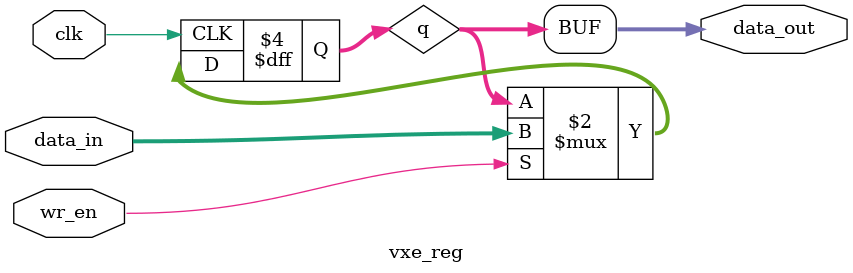
<source format=v>
/*
 * Copyright (c) 2020-2023 The VxEngine Project. All rights reserved.
 *
 * Redistribution and use in source and binary forms, with or without
 * modification, are permitted provided that the following conditions
 * are met:
 * 1. Redistributions of source code must retain the above copyright
 *    notice, this list of conditions and the following disclaimer.
 * 2. Redistributions in binary form must reproduce the above copyright
 *    notice, this list of conditions and the following disclaimer in the
 *    documentation and/or other materials provided with the distribution.
 *
 * THIS SOFTWARE IS PROVIDED BY THE AUTHOR AND CONTRIBUTORS ``AS IS'' AND
 * ANY EXPRESS OR IMPLIED WARRANTIES, INCLUDING, BUT NOT LIMITED TO, THE
 * IMPLIED WARRANTIES OF MERCHANTABILITY AND FITNESS FOR A PARTICULAR PURPOSE
 * ARE DISCLAIMED.  IN NO EVENT SHALL THE AUTHOR OR CONTRIBUTORS BE LIABLE
 * FOR ANY DIRECT, INDIRECT, INCIDENTAL, SPECIAL, EXEMPLARY, OR CONSEQUENTIAL
 * DAMAGES (INCLUDING, BUT NOT LIMITED TO, PROCUREMENT OF SUBSTITUTE GOODS
 * OR SERVICES; LOSS OF USE, DATA, OR PROFITS; OR BUSINESS INTERRUPTION)
 * HOWEVER CAUSED AND ON ANY THEORY OF LIABILITY, WHETHER IN CONTRACT, STRICT
 * LIABILITY, OR TORT (INCLUDING NEGLIGENCE OR OTHERWISE) ARISING IN ANY WAY
 * OUT OF THE USE OF THIS SOFTWARE, EVEN IF ADVISED OF THE POSSIBILITY OF
 * SUCH DAMAGE.
 */

/*
 * Parameterized register
 */


/* Register */
module vxe_reg #(
	parameter DATA_WIDTH = 32	/* Register data width */
)
(
	clk,
	/* Write control */
	wr_en,
	/* Data in/out */
	data_in,
	data_out
);
input wire			clk;
/* Write control */
input wire			wr_en;
/* Data in/out */
input wire [DATA_WIDTH-1:0]	data_in;
output wire [DATA_WIDTH-1:0]	data_out;


reg [DATA_WIDTH-1:0] q;

always @(posedge clk)
begin
	if(wr_en)
		q <= data_in;
end


assign data_out = q;

endmodule /* vxe_reg */

</source>
